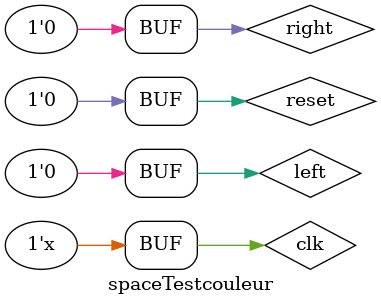
<source format=v>
`timescale 1ns / 1ps


module spaceTestcouleur;

	// Inputs
	reg clk;
	reg reset;
	reg left;
	reg right;
	reg [9:0] hPos;
	reg [9:0] vPos;

	// Outputs
	wire [9:0] gunPosition;
	wire [2:0] color;

	// Instantiate the Unit Under Test (UUT)
	SpaceShip uut (
		.clk(clk), 
		.reset(reset), 
		.left(left), 
		.right(right), 
		.hPos(hPos), 
		.vPos(vPos), 
		.gunPosition(gunPosition), 
		.color(color)
	);

	initial begin
		// Initialize Inputs
		clk = 0;
		reset = 0;
		left = 0;
		right = 0;
		hPos = 0;
		vPos = 435;

		// Wait 100 ns for global reset to finish
		#100;
        
		// Add stimulus here
      reset=1;
		clk=1;
		#100;
      reset=0;
	end
	
	always #10 begin
		
		clk= ~clk ;
		
		end
	
	always #1 begin
	
		if (hPos >= 640) hPos = 0; //Une ligne
		else hPos = hPos+1;
	
	end
	
	always #640 begin
		
		if (vPos >= 480) vPos = 0; //chaque fois qu'une ligne est franchie, nous changeons de ligne
		else vPos = vPos + 5;
		
	end
      
endmodule


</source>
